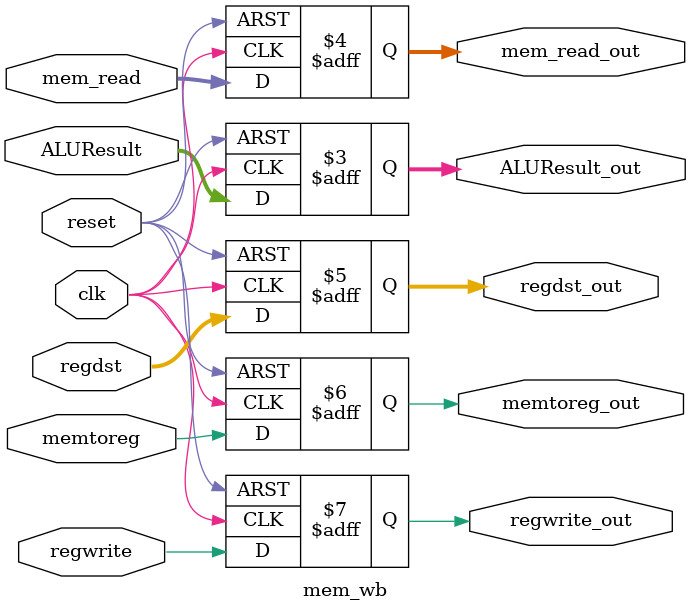
<source format=v>
`timescale 1ns / 1ps
module mem_wb (
    input wire clk,
    input wire reset,
    
    input wire [31:0] ALUResult,
    input wire [31:0] mem_read,
    input wire [4:0] regdst, //write register in 
    //input wire [31:0] pc_in, 
    
    output reg [31:0] ALUResult_out,
    output reg [31:0] mem_read_out, 
    output reg [4:0] regdst_out, //write register out
    //output reg [31:0] pc_out,
    
    //input control signals 
    input wire memtoreg,
    input wire regwrite,
    
    //output control signals 
    output reg memtoreg_out,
    output reg regwrite_out
    
);

initial begin
        ALUResult_out <= 32'b0;
        mem_read_out <= 32'b0;
        regdst_out <= 5'b0;
        //pc_out <= 32'b0;
        
        //control signals reset 
        regwrite_out <= 1'b0;
        memtoreg_out <= 1'b0;
end


always @(negedge clk or posedge reset) begin
    if (reset) begin
        ALUResult_out <= 32'b0;
        mem_read_out <= 32'b0;
        regdst_out <= 5'b0;
        //pc_out <= 32'b0;
        
        //control signals reset 
        regwrite_out <= 1'b0;
        memtoreg_out <= 1'b0;
        
    end else begin
        ALUResult_out <= ALUResult;
        mem_read_out <= mem_read;
        regdst_out <= regdst;
        //pc_out <= pc_in;
        
        //control signals passing 
        regwrite_out <= regwrite;
        memtoreg_out <= memtoreg;
    end
end

endmodule


</source>
